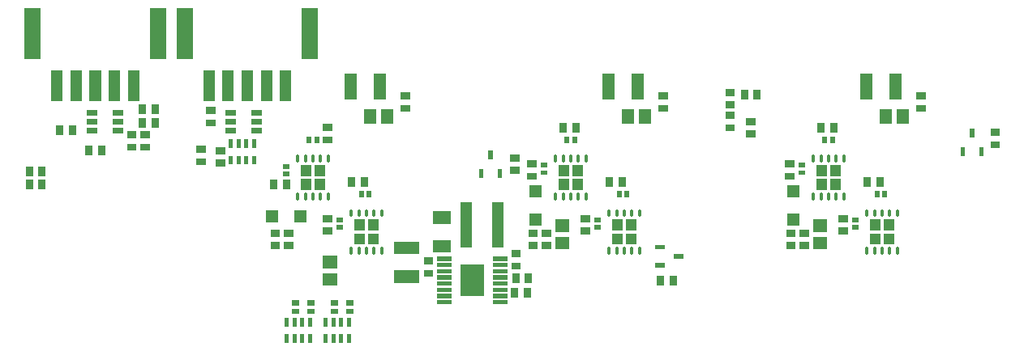
<source format=gbr>
G04 start of page 14 for group -4014 idx -4014 *
G04 Title: fet12v2logic, bottompaste *
G04 Creator: pcb 20140316 *
G04 CreationDate: Wed 13 Jun 2018 07:44:19 AM GMT UTC *
G04 For: brian *
G04 Format: Gerber/RS-274X *
G04 PCB-Dimensions (mil): 6000.00 5000.00 *
G04 PCB-Coordinate-Origin: lower left *
%MOIN*%
%FSLAX25Y25*%
%LNBOTTOMPASTE*%
%ADD229R,0.0480X0.0480*%
%ADD228R,0.0217X0.0217*%
%ADD227R,0.0236X0.0236*%
%ADD226R,0.0189X0.0189*%
%ADD225R,0.0949X0.0949*%
%ADD224R,0.0177X0.0177*%
%ADD223R,0.0460X0.0460*%
%ADD222R,0.0669X0.0669*%
%ADD221R,0.0472X0.0472*%
%ADD220R,0.0512X0.0512*%
%ADD219R,0.0197X0.0197*%
%ADD218R,0.0295X0.0295*%
%ADD217C,0.0138*%
%ADD216C,0.0001*%
G54D216*G36*
X459091Y124618D02*Y120091D01*
X463618D01*
Y124618D01*
X459091D01*
G37*
G36*
X453382D02*Y120091D01*
X457909D01*
Y124618D01*
X453382D01*
G37*
G36*
X459091Y118909D02*Y114382D01*
X463618D01*
Y118909D01*
X459091D01*
G37*
G36*
X453382D02*Y114382D01*
X457909D01*
Y118909D01*
X453382D01*
G37*
G54D217*X452201Y112709D02*Y110740D01*
X455350Y112709D02*Y110740D01*
X458500Y112709D02*Y110740D01*
X461650Y112709D02*Y110740D01*
X464799Y112709D02*Y110740D01*
X452201Y128260D02*Y126291D01*
X455350Y128260D02*Y126291D01*
X458500Y128260D02*Y126291D01*
X461650Y128260D02*Y126291D01*
X464799Y128260D02*Y126291D01*
G54D218*X460559Y140492D02*Y139508D01*
X455441Y140492D02*Y139508D01*
G54D219*X460074Y135393D02*Y134607D01*
X456926Y135393D02*Y134607D01*
G54D218*X442008Y125059D02*X442992D01*
X442008Y119941D02*X442992D01*
G54D219*X447107Y124574D02*X447893D01*
X447107Y121426D02*X447893D01*
G54D218*X442508Y96559D02*X443492D01*
X442508Y91441D02*X443492D01*
X448008Y96559D02*X448992D01*
X448008Y91441D02*X448992D01*
X496008Y153059D02*X496992D01*
X496008Y147941D02*X496992D01*
G54D220*X485905Y159755D02*Y154245D01*
X474095Y159755D02*Y154245D01*
X481957Y144893D02*Y144107D01*
X489043Y144893D02*Y144107D01*
G54D218*X479559Y117992D02*Y117008D01*
X474441Y117992D02*Y117008D01*
G54D219*X481574Y112893D02*Y112107D01*
X478426Y112893D02*Y112107D01*
X469107Y102074D02*X469893D01*
X469107Y98926D02*X469893D01*
G54D218*X464008Y102559D02*X464992D01*
X464008Y97441D02*X464992D01*
G54D216*G36*
X481091Y102118D02*Y97591D01*
X485618D01*
Y102118D01*
X481091D01*
G37*
G36*
X475382D02*Y97591D01*
X479909D01*
Y102118D01*
X475382D01*
G37*
G36*
X481091Y96409D02*Y91882D01*
X485618D01*
Y96409D01*
X481091D01*
G37*
G36*
X475382D02*Y91882D01*
X479909D01*
Y96409D01*
X475382D01*
G37*
G54D217*X474201Y90209D02*Y88240D01*
X477350Y90209D02*Y88240D01*
X480500Y90209D02*Y88240D01*
X483650Y90209D02*Y88240D01*
X486799Y90209D02*Y88240D01*
X474201Y105760D02*Y103791D01*
X477350Y105760D02*Y103791D01*
X480500Y105760D02*Y103791D01*
X483650Y105760D02*Y103791D01*
X486799Y105760D02*Y103791D01*
G54D220*X454607Y92457D02*X455393D01*
X454607Y99543D02*X455393D01*
G54D216*G36*
X353091Y124618D02*Y120091D01*
X357618D01*
Y124618D01*
X353091D01*
G37*
G36*
X347382D02*Y120091D01*
X351909D01*
Y124618D01*
X347382D01*
G37*
G36*
X353091Y118909D02*Y114382D01*
X357618D01*
Y118909D01*
X353091D01*
G37*
G36*
X347382D02*Y114382D01*
X351909D01*
Y118909D01*
X347382D01*
G37*
G54D217*X346201Y112709D02*Y110740D01*
X349350Y112709D02*Y110740D01*
X352500Y112709D02*Y110740D01*
X355650Y112709D02*Y110740D01*
X358799Y112709D02*Y110740D01*
X346201Y128260D02*Y126291D01*
X349350Y128260D02*Y126291D01*
X352500Y128260D02*Y126291D01*
X355650Y128260D02*Y126291D01*
X358799Y128260D02*Y126291D01*
G54D218*X354559Y140492D02*Y139508D01*
X349441Y140492D02*Y139508D01*
G54D219*X354074Y135393D02*Y134607D01*
X350926Y135393D02*Y134607D01*
G54D218*X336008Y125059D02*X336992D01*
X336008Y119941D02*X336992D01*
G54D219*X341107Y124574D02*X341893D01*
X341107Y121426D02*X341893D01*
G54D218*X336508Y96559D02*X337492D01*
X336508Y91441D02*X337492D01*
X342008Y96559D02*X342992D01*
X342008Y91441D02*X342992D01*
X390008Y153059D02*X390992D01*
X390008Y147941D02*X390992D01*
G54D220*X379905Y159755D02*Y154245D01*
X368095Y159755D02*Y154245D01*
X375957Y144893D02*Y144107D01*
X383043Y144893D02*Y144107D01*
G54D218*X373559Y117992D02*Y117008D01*
X368441Y117992D02*Y117008D01*
G54D219*X375574Y112893D02*Y112107D01*
X372426Y112893D02*Y112107D01*
X363107Y102074D02*X363893D01*
X363107Y98926D02*X363893D01*
G54D218*X358008Y102559D02*X358992D01*
X358008Y97441D02*X358992D01*
G54D216*G36*
X375091Y102118D02*Y97591D01*
X379618D01*
Y102118D01*
X375091D01*
G37*
G36*
X369382D02*Y97591D01*
X373909D01*
Y102118D01*
X369382D01*
G37*
G36*
X375091Y96409D02*Y91882D01*
X379618D01*
Y96409D01*
X375091D01*
G37*
G36*
X369382D02*Y91882D01*
X373909D01*
Y96409D01*
X369382D01*
G37*
G54D217*X368201Y90209D02*Y88240D01*
X371350Y90209D02*Y88240D01*
X374500Y90209D02*Y88240D01*
X377650Y90209D02*Y88240D01*
X380799Y90209D02*Y88240D01*
X368201Y105760D02*Y103791D01*
X371350Y105760D02*Y103791D01*
X374500Y105760D02*Y103791D01*
X377650Y105760D02*Y103791D01*
X380799Y105760D02*Y103791D01*
G54D220*X348607Y92457D02*X349393D01*
X348607Y99543D02*X349393D01*
G54D216*G36*
X247091Y124618D02*Y120091D01*
X251618D01*
Y124618D01*
X247091D01*
G37*
G36*
X241382D02*Y120091D01*
X245909D01*
Y124618D01*
X241382D01*
G37*
G36*
X247091Y118909D02*Y114382D01*
X251618D01*
Y118909D01*
X247091D01*
G37*
G36*
X241382D02*Y114382D01*
X245909D01*
Y118909D01*
X241382D01*
G37*
G54D217*X240201Y112709D02*Y110740D01*
X243350Y112709D02*Y110740D01*
X246500Y112709D02*Y110740D01*
X249650Y112709D02*Y110740D01*
X252799Y112709D02*Y110740D01*
X240201Y128260D02*Y126291D01*
X243350Y128260D02*Y126291D01*
X246500Y128260D02*Y126291D01*
X249650Y128260D02*Y126291D01*
X252799Y128260D02*Y126291D01*
G54D218*X252008Y134941D02*X252992D01*
X252008Y140059D02*X252992D01*
G54D219*X248074Y135393D02*Y134607D01*
X244926Y135393D02*Y134607D01*
G54D218*X230441Y116992D02*Y116008D01*
X235559Y116992D02*Y116008D01*
G54D219*X235107Y124074D02*X235893D01*
X235107Y120926D02*X235893D01*
G54D218*X230508Y96559D02*X231492D01*
X230508Y91441D02*X231492D01*
X236008Y96559D02*X236992D01*
X236008Y91441D02*X236992D01*
X284008Y153059D02*X284992D01*
X284008Y147941D02*X284992D01*
G54D220*X273905Y159755D02*Y154245D01*
X262095Y159755D02*Y154245D01*
X269957Y144893D02*Y144107D01*
X277043Y144893D02*Y144107D01*
G54D218*X267559Y117992D02*Y117008D01*
X262441Y117992D02*Y117008D01*
G54D219*X269574Y112893D02*Y112107D01*
X266426Y112893D02*Y112107D01*
X257107Y102074D02*X257893D01*
X257107Y98926D02*X257893D01*
G54D218*X252008Y102559D02*X252992D01*
X252008Y97441D02*X252992D01*
G54D216*G36*
X269091Y102118D02*Y97591D01*
X273618D01*
Y102118D01*
X269091D01*
G37*
G36*
X263382D02*Y97591D01*
X267909D01*
Y102118D01*
X263382D01*
G37*
G36*
X269091Y96409D02*Y91882D01*
X273618D01*
Y96409D01*
X269091D01*
G37*
G36*
X263382D02*Y91882D01*
X267909D01*
Y96409D01*
X263382D01*
G37*
G54D217*X262201Y90209D02*Y88240D01*
X265350Y90209D02*Y88240D01*
X268500Y90209D02*Y88240D01*
X271650Y90209D02*Y88240D01*
X274799Y90209D02*Y88240D01*
X262201Y105760D02*Y103791D01*
X265350Y105760D02*Y103791D01*
X268500Y105760D02*Y103791D01*
X271650Y105760D02*Y103791D01*
X274799Y105760D02*Y103791D01*
G54D221*X141252Y161189D02*Y153315D01*
X149126Y161189D02*Y153315D01*
X157000Y161189D02*Y153315D01*
X164874Y161189D02*Y153315D01*
X172748Y161189D02*Y153315D01*
G54D222*X182787Y185913D02*Y171740D01*
X131213Y185913D02*Y171740D01*
G54D220*X298319Y102905D02*X300681D01*
X298319Y91095D02*X300681D01*
G54D218*X335059Y78492D02*Y77508D01*
X329941Y78492D02*Y77508D01*
G54D223*X322500Y106950D02*Y93050D01*
X309500Y106950D02*Y93050D01*
G54D218*X293508Y79941D02*X294492D01*
X293508Y85059D02*X294492D01*
G54D220*X282245Y78595D02*X287755D01*
X282245Y90405D02*X287755D01*
G54D218*X329441Y72492D02*Y71508D01*
X334559Y72492D02*Y71508D01*
X329508Y88059D02*X330492D01*
X329508Y82941D02*X330492D01*
G54D224*X321350Y85957D02*X325484D01*
X321350Y83398D02*X325484D01*
X321350Y80839D02*X325484D01*
X321350Y78280D02*X325484D01*
X321350Y75720D02*X325484D01*
X321350Y73161D02*X325484D01*
X321350Y70602D02*X325484D01*
X321350Y68043D02*X325484D01*
X298516D02*X302650D01*
X298516Y70602D02*X302650D01*
X298516Y73161D02*X302650D01*
X298516Y75720D02*X302650D01*
X298516Y78280D02*X302650D01*
X298516Y80839D02*X302650D01*
X298516Y83398D02*X302650D01*
X298516Y85957D02*X302650D01*
G54D225*X312000Y78732D02*Y75268D01*
G54D218*X159559Y130992D02*Y130008D01*
X154441Y130992D02*Y130008D01*
X329008Y122441D02*X329992D01*
X329008Y127559D02*X329992D01*
G54D226*X315681Y122106D02*Y120256D01*
X323319Y122106D02*Y120256D01*
X319500Y129744D02*Y127894D01*
G54D218*X417508Y149441D02*X418492D01*
X417508Y154559D02*X418492D01*
X429059Y153992D02*Y153008D01*
X423941Y153992D02*Y153008D01*
X417508Y139941D02*X418492D01*
X417508Y145059D02*X418492D01*
X426008Y137441D02*X426992D01*
X426008Y142559D02*X426992D01*
X526508Y132941D02*X527492D01*
X526508Y138059D02*X527492D01*
G54D226*X513681Y131106D02*Y129256D01*
X521319Y131106D02*Y129256D01*
X517500Y138744D02*Y136894D01*
G54D218*X389441Y77492D02*Y76508D01*
X394559Y77492D02*Y76508D01*
G54D226*X388256Y90819D02*X390106D01*
X388256Y83181D02*X390106D01*
X395894Y87000D02*X397744D01*
G54D224*X212776Y127539D02*Y125768D01*
Y134232D02*Y132461D01*
X215925Y127539D02*Y125768D01*
Y134232D02*Y132461D01*
X219075Y127539D02*Y125768D01*
Y134232D02*Y132461D01*
X222224Y127539D02*Y125768D01*
Y134232D02*Y132461D01*
G54D218*X204008Y141941D02*X204992D01*
X204008Y147059D02*X204992D01*
G54D227*X211701Y146240D02*X213669D01*
X211701Y142500D02*X213669D01*
X211701Y138760D02*X213669D01*
X222331D02*X224299D01*
X222331Y142500D02*X224299D01*
X222331Y146240D02*X224299D01*
G54D218*X147559Y139492D02*Y138508D01*
X142441Y139492D02*Y138508D01*
G54D227*X154701Y146240D02*X156669D01*
X154701Y142500D02*X156669D01*
X154701Y138760D02*X156669D01*
X165331D02*X167299D01*
X165331Y142500D02*X167299D01*
X165331Y146240D02*X167299D01*
G54D218*X208008Y130559D02*X208992D01*
X208008Y125441D02*X208992D01*
X200008Y125941D02*X200992D01*
X200008Y131059D02*X200992D01*
X181559Y147992D02*Y147008D01*
X176441Y147992D02*Y147008D01*
Y142492D02*Y141508D01*
X181559Y142492D02*Y141508D01*
X171508Y131941D02*X172492D01*
X171508Y137059D02*X172492D01*
X177008D02*X177992D01*
X177008Y131941D02*X177992D01*
G54D224*X251776Y54039D02*Y52268D01*
Y60732D02*Y58961D01*
X254925Y54039D02*Y52268D01*
Y60732D02*Y58961D01*
X258075Y54039D02*Y52268D01*
Y60732D02*Y58961D01*
X261224Y54039D02*Y52268D01*
Y60732D02*Y58961D01*
G54D228*X254858Y67772D02*X255843D01*
X254858Y64228D02*X255843D01*
X261157D02*X262142D01*
X261157Y67772D02*X262142D01*
X238858D02*X239843D01*
X238858Y64228D02*X239843D01*
X245157D02*X246142D01*
X245157Y67772D02*X246142D01*
G54D224*X235776Y54039D02*Y52268D01*
Y60732D02*Y58961D01*
X238925Y54039D02*Y52268D01*
Y60732D02*Y58961D01*
X242075Y54039D02*Y52268D01*
Y60732D02*Y58961D01*
X245224Y54039D02*Y52268D01*
Y60732D02*Y58961D01*
G54D220*X253107Y77457D02*X253893D01*
X253107Y84543D02*X253893D01*
G54D218*X135059Y116992D02*Y116008D01*
X129941Y116992D02*Y116008D01*
X135059Y122492D02*Y121508D01*
X129941Y122492D02*Y121508D01*
G54D221*X203752Y161189D02*Y153315D01*
X211626Y161189D02*Y153315D01*
X219500Y161189D02*Y153315D01*
X227374Y161189D02*Y153315D01*
X235248Y161189D02*Y153315D01*
G54D222*X245287Y185913D02*Y171740D01*
X193713Y185913D02*Y171740D01*
G54D229*X444000Y102252D02*Y102134D01*
Y113866D02*Y113748D01*
X229634Y103500D02*X229752D01*
X241248D02*X241366D01*
X338000Y102252D02*Y102134D01*
Y113866D02*Y113748D01*
M02*

</source>
